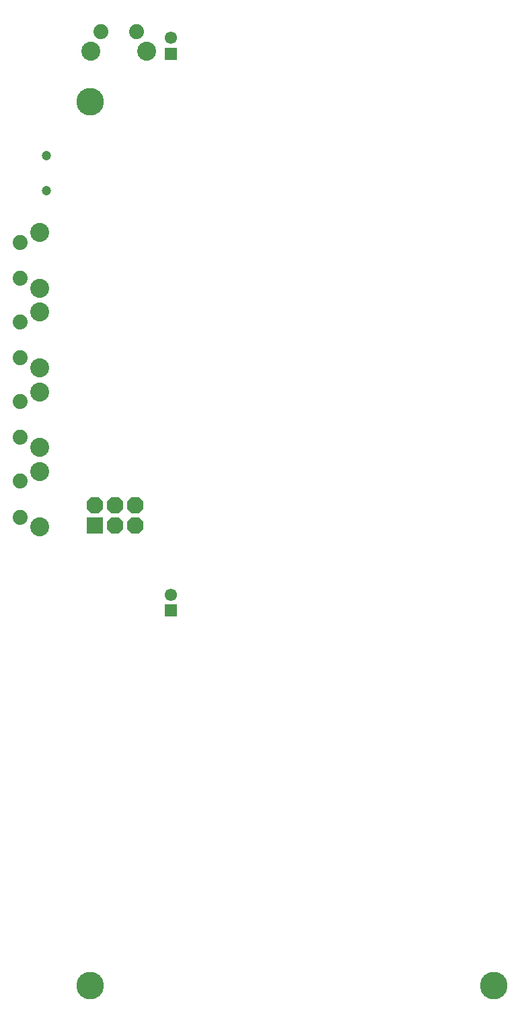
<source format=gbs>
G75*
G70*
%OFA0B0*%
%FSLAX24Y24*%
%IPPOS*%
%LPD*%
%AMOC8*
5,1,8,0,0,1.08239X$1,22.5*
%
%ADD10C,0.1365*%
%ADD11C,0.0474*%
%ADD12R,0.0611X0.0611*%
%ADD13C,0.0611*%
%ADD14C,0.0940*%
%ADD15C,0.0740*%
%ADD16R,0.0820X0.0820*%
%ADD17OC8,0.0820*%
D10*
X008798Y004408D03*
X028806Y004408D03*
X008798Y048156D03*
D11*
X006617Y045494D03*
X006617Y043762D03*
D12*
X012798Y050534D03*
X012798Y022975D03*
D13*
X012798Y023762D03*
X012798Y051321D03*
D14*
X011597Y050636D03*
X008841Y050636D03*
X006298Y041675D03*
X006298Y038920D03*
X006298Y037738D03*
X006298Y034983D03*
X006298Y033801D03*
X006298Y031046D03*
X006298Y029864D03*
X006298Y027109D03*
D15*
X005317Y027601D03*
X005317Y029372D03*
X005317Y031538D03*
X005317Y033309D03*
X005317Y035475D03*
X005317Y037246D03*
X005317Y039412D03*
X005317Y041183D03*
X009333Y051616D03*
X011105Y051616D03*
D16*
X009042Y027199D03*
D17*
X009042Y028199D03*
X010042Y028199D03*
X010042Y027199D03*
X011042Y027199D03*
X011042Y028199D03*
M02*

</source>
